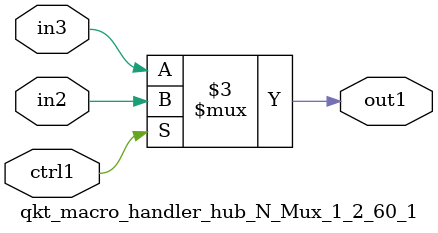
<source format=v>

`timescale 1ps / 1ps


module qkt_macro_handler_hub_N_Mux_1_2_60_1( in3, in2, ctrl1, out1 );

    input in3;
    input in2;
    input ctrl1;
    output out1;
    reg out1;

    
    // rtl_process:qkt_macro_handler_hub_N_Mux_1_2_60_1/qkt_macro_handler_hub_N_Mux_1_2_60_1_thread_1
    always @*
      begin : qkt_macro_handler_hub_N_Mux_1_2_60_1_thread_1
        case (ctrl1) 
          1'b1: 
            begin
              out1 = in2;
            end
          default: 
            begin
              out1 = in3;
            end
        endcase
      end

endmodule



</source>
